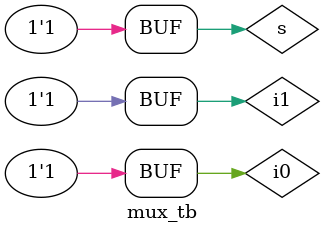
<source format=v>

module mux_flujo_datos(input i0, i1, s, output x);
	assign x=~s&i0 | s&i1; // se usan las ecuaciones
endmodule


//-------------------------- ESTRUCTURAL
module mux_estructural(input i0, i1, s, output z);

	wire nots, w1, w2;  // se define la esrtuctura del circuito

	and U1(w1, nots, i0);
	and U2(w2, s, i1);
	or U3(z,w1,w2);
	not U4(nots, s);

endmodule

//-------------------------- COMPORTAMIENTO
module mux_comportamiento(input i0, i1, s, output z);
	reg z;
	always @(i0,i1,s) begin // lista sensible i0,i1,s
		if(!s)		// el bloque always se ejecuta si cambia al menos una variable de la lista sensible
			z=i0;
		else
			z=i1;
	end
endmodule



// ----------------------------- BANCO DE PRUEBAS
module mux_tb();
	wire z;
	reg i0,i1,s;

	mux_comportamiento M(i0,i1,s,z); // se instancia el modulo a simular

	initial begin
		$display("time\ti1\ti0\ts\tz");
		$monitor("%4d\t%b\t%b\t%b\t%b",$time,i1,i0,s,z);
		    i1=0; i0=0; s=0;
		#10 i1=0; i0=0; s=1;
		#10 i1=0; i0=1; s=0;
		#10 i1=0; i0=1; s=1;
		#10 i1=1; i0=0; s=0;
		#10 i1=1; i0=0; s=1;
		#10 i1=1; i0=1; s=0;
		#10 i1=1; i0=1; s=1;
	end
endmodule

</source>
